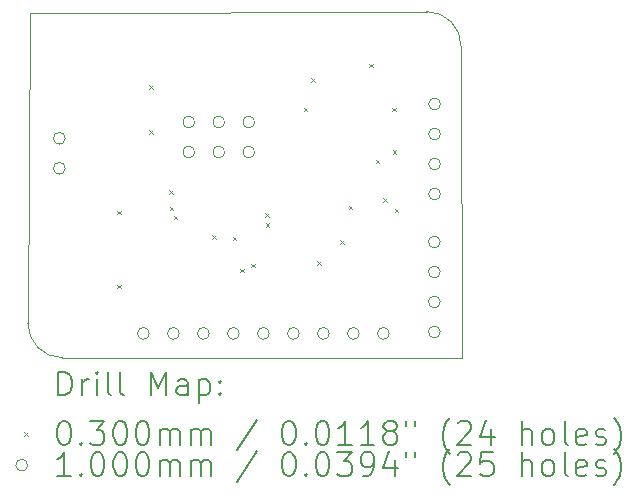
<source format=gbr>
%TF.GenerationSoftware,KiCad,Pcbnew,9.0.2*%
%TF.CreationDate,2025-07-25T22:05:17+05:30*%
%TF.ProjectId,mcu,6d63752e-6b69-4636-9164-5f7063625858,rev?*%
%TF.SameCoordinates,Original*%
%TF.FileFunction,Drillmap*%
%TF.FilePolarity,Positive*%
%FSLAX45Y45*%
G04 Gerber Fmt 4.5, Leading zero omitted, Abs format (unit mm)*
G04 Created by KiCad (PCBNEW 9.0.2) date 2025-07-25 22:05:17*
%MOMM*%
%LPD*%
G01*
G04 APERTURE LIST*
%ADD10C,0.050000*%
%ADD11C,0.200000*%
%ADD12C,0.100000*%
G04 APERTURE END LIST*
D10*
X13022500Y-12732500D02*
X9641038Y-12729505D01*
X9372925Y-9811000D02*
X12726962Y-9798495D01*
X13017950Y-10093087D02*
X13022500Y-12732500D01*
X9350047Y-12434913D02*
X9372000Y-9811000D01*
X12726962Y-9798495D02*
G75*
G02*
X13017953Y-10093087I-2J-291015D01*
G01*
X9641038Y-12729505D02*
G75*
G02*
X9350047Y-12434913I2J291015D01*
G01*
D11*
D12*
X10105000Y-11485000D02*
X10135000Y-11515000D01*
X10135000Y-11485000D02*
X10105000Y-11515000D01*
X10105000Y-12112500D02*
X10135000Y-12142500D01*
X10135000Y-12112500D02*
X10105000Y-12142500D01*
X10376000Y-10422000D02*
X10406000Y-10452000D01*
X10406000Y-10422000D02*
X10376000Y-10452000D01*
X10378000Y-10805000D02*
X10408000Y-10835000D01*
X10408000Y-10805000D02*
X10378000Y-10835000D01*
X10549000Y-11311000D02*
X10579000Y-11341000D01*
X10579000Y-11311000D02*
X10549000Y-11341000D01*
X10552000Y-11450000D02*
X10582000Y-11480000D01*
X10582000Y-11450000D02*
X10552000Y-11480000D01*
X10586000Y-11527000D02*
X10616000Y-11557000D01*
X10616000Y-11527000D02*
X10586000Y-11557000D01*
X10911000Y-11693000D02*
X10941000Y-11723000D01*
X10941000Y-11693000D02*
X10911000Y-11723000D01*
X11083000Y-11706000D02*
X11113000Y-11736000D01*
X11113000Y-11706000D02*
X11083000Y-11736000D01*
X11148000Y-11976000D02*
X11178000Y-12006000D01*
X11178000Y-11976000D02*
X11148000Y-12006000D01*
X11243000Y-11935000D02*
X11273000Y-11965000D01*
X11273000Y-11935000D02*
X11243000Y-11965000D01*
X11360000Y-11506000D02*
X11390000Y-11536000D01*
X11390000Y-11506000D02*
X11360000Y-11536000D01*
X11364000Y-11592000D02*
X11394000Y-11622000D01*
X11394000Y-11592000D02*
X11364000Y-11622000D01*
X11684000Y-10613000D02*
X11714000Y-10643000D01*
X11714000Y-10613000D02*
X11684000Y-10643000D01*
X11747000Y-10363500D02*
X11777000Y-10393500D01*
X11777000Y-10363500D02*
X11747000Y-10393500D01*
X11799000Y-11911000D02*
X11829000Y-11941000D01*
X11829000Y-11911000D02*
X11799000Y-11941000D01*
X11993000Y-11735000D02*
X12023000Y-11765000D01*
X12023000Y-11735000D02*
X11993000Y-11765000D01*
X12064926Y-11440926D02*
X12094926Y-11470926D01*
X12094926Y-11440926D02*
X12064926Y-11470926D01*
X12242000Y-10242000D02*
X12272000Y-10272000D01*
X12272000Y-10242000D02*
X12242000Y-10272000D01*
X12295000Y-11054000D02*
X12325000Y-11084000D01*
X12325000Y-11054000D02*
X12295000Y-11084000D01*
X12357000Y-11377000D02*
X12387000Y-11407000D01*
X12387000Y-11377000D02*
X12357000Y-11407000D01*
X12434000Y-10612000D02*
X12464000Y-10642000D01*
X12464000Y-10612000D02*
X12434000Y-10642000D01*
X12440000Y-10974000D02*
X12470000Y-11004000D01*
X12470000Y-10974000D02*
X12440000Y-11004000D01*
X12457000Y-11468750D02*
X12487000Y-11498750D01*
X12487000Y-11468750D02*
X12457000Y-11498750D01*
X9666000Y-10871500D02*
G75*
G02*
X9566000Y-10871500I-50000J0D01*
G01*
X9566000Y-10871500D02*
G75*
G02*
X9666000Y-10871500I50000J0D01*
G01*
X9666000Y-11125500D02*
G75*
G02*
X9566000Y-11125500I-50000J0D01*
G01*
X9566000Y-11125500D02*
G75*
G02*
X9666000Y-11125500I50000J0D01*
G01*
X10378000Y-12524000D02*
G75*
G02*
X10278000Y-12524000I-50000J0D01*
G01*
X10278000Y-12524000D02*
G75*
G02*
X10378000Y-12524000I50000J0D01*
G01*
X10632000Y-12524000D02*
G75*
G02*
X10532000Y-12524000I-50000J0D01*
G01*
X10532000Y-12524000D02*
G75*
G02*
X10632000Y-12524000I50000J0D01*
G01*
X10762000Y-10734000D02*
G75*
G02*
X10662000Y-10734000I-50000J0D01*
G01*
X10662000Y-10734000D02*
G75*
G02*
X10762000Y-10734000I50000J0D01*
G01*
X10762000Y-10988000D02*
G75*
G02*
X10662000Y-10988000I-50000J0D01*
G01*
X10662000Y-10988000D02*
G75*
G02*
X10762000Y-10988000I50000J0D01*
G01*
X10886000Y-12524000D02*
G75*
G02*
X10786000Y-12524000I-50000J0D01*
G01*
X10786000Y-12524000D02*
G75*
G02*
X10886000Y-12524000I50000J0D01*
G01*
X11016000Y-10734000D02*
G75*
G02*
X10916000Y-10734000I-50000J0D01*
G01*
X10916000Y-10734000D02*
G75*
G02*
X11016000Y-10734000I50000J0D01*
G01*
X11016000Y-10988000D02*
G75*
G02*
X10916000Y-10988000I-50000J0D01*
G01*
X10916000Y-10988000D02*
G75*
G02*
X11016000Y-10988000I50000J0D01*
G01*
X11140000Y-12524000D02*
G75*
G02*
X11040000Y-12524000I-50000J0D01*
G01*
X11040000Y-12524000D02*
G75*
G02*
X11140000Y-12524000I50000J0D01*
G01*
X11270000Y-10734000D02*
G75*
G02*
X11170000Y-10734000I-50000J0D01*
G01*
X11170000Y-10734000D02*
G75*
G02*
X11270000Y-10734000I50000J0D01*
G01*
X11270000Y-10988000D02*
G75*
G02*
X11170000Y-10988000I-50000J0D01*
G01*
X11170000Y-10988000D02*
G75*
G02*
X11270000Y-10988000I50000J0D01*
G01*
X11394000Y-12524000D02*
G75*
G02*
X11294000Y-12524000I-50000J0D01*
G01*
X11294000Y-12524000D02*
G75*
G02*
X11394000Y-12524000I50000J0D01*
G01*
X11648000Y-12524000D02*
G75*
G02*
X11548000Y-12524000I-50000J0D01*
G01*
X11548000Y-12524000D02*
G75*
G02*
X11648000Y-12524000I50000J0D01*
G01*
X11902000Y-12524000D02*
G75*
G02*
X11802000Y-12524000I-50000J0D01*
G01*
X11802000Y-12524000D02*
G75*
G02*
X11902000Y-12524000I50000J0D01*
G01*
X12156000Y-12524000D02*
G75*
G02*
X12056000Y-12524000I-50000J0D01*
G01*
X12056000Y-12524000D02*
G75*
G02*
X12156000Y-12524000I50000J0D01*
G01*
X12410000Y-12524000D02*
G75*
G02*
X12310000Y-12524000I-50000J0D01*
G01*
X12310000Y-12524000D02*
G75*
G02*
X12410000Y-12524000I50000J0D01*
G01*
X12841000Y-11749000D02*
G75*
G02*
X12741000Y-11749000I-50000J0D01*
G01*
X12741000Y-11749000D02*
G75*
G02*
X12841000Y-11749000I50000J0D01*
G01*
X12841000Y-12003000D02*
G75*
G02*
X12741000Y-12003000I-50000J0D01*
G01*
X12741000Y-12003000D02*
G75*
G02*
X12841000Y-12003000I50000J0D01*
G01*
X12841000Y-12257000D02*
G75*
G02*
X12741000Y-12257000I-50000J0D01*
G01*
X12741000Y-12257000D02*
G75*
G02*
X12841000Y-12257000I50000J0D01*
G01*
X12841000Y-12511000D02*
G75*
G02*
X12741000Y-12511000I-50000J0D01*
G01*
X12741000Y-12511000D02*
G75*
G02*
X12841000Y-12511000I50000J0D01*
G01*
X12844000Y-10581000D02*
G75*
G02*
X12744000Y-10581000I-50000J0D01*
G01*
X12744000Y-10581000D02*
G75*
G02*
X12844000Y-10581000I50000J0D01*
G01*
X12844000Y-10835000D02*
G75*
G02*
X12744000Y-10835000I-50000J0D01*
G01*
X12744000Y-10835000D02*
G75*
G02*
X12844000Y-10835000I50000J0D01*
G01*
X12844000Y-11089000D02*
G75*
G02*
X12744000Y-11089000I-50000J0D01*
G01*
X12744000Y-11089000D02*
G75*
G02*
X12844000Y-11089000I50000J0D01*
G01*
X12844000Y-11343000D02*
G75*
G02*
X12744000Y-11343000I-50000J0D01*
G01*
X12744000Y-11343000D02*
G75*
G02*
X12844000Y-11343000I50000J0D01*
G01*
D11*
X9608302Y-13046484D02*
X9608302Y-12846484D01*
X9608302Y-12846484D02*
X9655921Y-12846484D01*
X9655921Y-12846484D02*
X9684492Y-12856008D01*
X9684492Y-12856008D02*
X9703540Y-12875056D01*
X9703540Y-12875056D02*
X9713064Y-12894103D01*
X9713064Y-12894103D02*
X9722587Y-12932198D01*
X9722587Y-12932198D02*
X9722587Y-12960770D01*
X9722587Y-12960770D02*
X9713064Y-12998865D01*
X9713064Y-12998865D02*
X9703540Y-13017913D01*
X9703540Y-13017913D02*
X9684492Y-13036960D01*
X9684492Y-13036960D02*
X9655921Y-13046484D01*
X9655921Y-13046484D02*
X9608302Y-13046484D01*
X9808302Y-13046484D02*
X9808302Y-12913151D01*
X9808302Y-12951246D02*
X9817825Y-12932198D01*
X9817825Y-12932198D02*
X9827349Y-12922675D01*
X9827349Y-12922675D02*
X9846397Y-12913151D01*
X9846397Y-12913151D02*
X9865445Y-12913151D01*
X9932111Y-13046484D02*
X9932111Y-12913151D01*
X9932111Y-12846484D02*
X9922587Y-12856008D01*
X9922587Y-12856008D02*
X9932111Y-12865532D01*
X9932111Y-12865532D02*
X9941635Y-12856008D01*
X9941635Y-12856008D02*
X9932111Y-12846484D01*
X9932111Y-12846484D02*
X9932111Y-12865532D01*
X10055921Y-13046484D02*
X10036873Y-13036960D01*
X10036873Y-13036960D02*
X10027349Y-13017913D01*
X10027349Y-13017913D02*
X10027349Y-12846484D01*
X10160683Y-13046484D02*
X10141635Y-13036960D01*
X10141635Y-13036960D02*
X10132111Y-13017913D01*
X10132111Y-13017913D02*
X10132111Y-12846484D01*
X10389254Y-13046484D02*
X10389254Y-12846484D01*
X10389254Y-12846484D02*
X10455921Y-12989341D01*
X10455921Y-12989341D02*
X10522587Y-12846484D01*
X10522587Y-12846484D02*
X10522587Y-13046484D01*
X10703540Y-13046484D02*
X10703540Y-12941722D01*
X10703540Y-12941722D02*
X10694016Y-12922675D01*
X10694016Y-12922675D02*
X10674968Y-12913151D01*
X10674968Y-12913151D02*
X10636873Y-12913151D01*
X10636873Y-12913151D02*
X10617825Y-12922675D01*
X10703540Y-13036960D02*
X10684492Y-13046484D01*
X10684492Y-13046484D02*
X10636873Y-13046484D01*
X10636873Y-13046484D02*
X10617825Y-13036960D01*
X10617825Y-13036960D02*
X10608302Y-13017913D01*
X10608302Y-13017913D02*
X10608302Y-12998865D01*
X10608302Y-12998865D02*
X10617825Y-12979818D01*
X10617825Y-12979818D02*
X10636873Y-12970294D01*
X10636873Y-12970294D02*
X10684492Y-12970294D01*
X10684492Y-12970294D02*
X10703540Y-12960770D01*
X10798778Y-12913151D02*
X10798778Y-13113151D01*
X10798778Y-12922675D02*
X10817825Y-12913151D01*
X10817825Y-12913151D02*
X10855921Y-12913151D01*
X10855921Y-12913151D02*
X10874968Y-12922675D01*
X10874968Y-12922675D02*
X10884492Y-12932198D01*
X10884492Y-12932198D02*
X10894016Y-12951246D01*
X10894016Y-12951246D02*
X10894016Y-13008389D01*
X10894016Y-13008389D02*
X10884492Y-13027437D01*
X10884492Y-13027437D02*
X10874968Y-13036960D01*
X10874968Y-13036960D02*
X10855921Y-13046484D01*
X10855921Y-13046484D02*
X10817825Y-13046484D01*
X10817825Y-13046484D02*
X10798778Y-13036960D01*
X10979730Y-13027437D02*
X10989254Y-13036960D01*
X10989254Y-13036960D02*
X10979730Y-13046484D01*
X10979730Y-13046484D02*
X10970206Y-13036960D01*
X10970206Y-13036960D02*
X10979730Y-13027437D01*
X10979730Y-13027437D02*
X10979730Y-13046484D01*
X10979730Y-12922675D02*
X10989254Y-12932198D01*
X10989254Y-12932198D02*
X10979730Y-12941722D01*
X10979730Y-12941722D02*
X10970206Y-12932198D01*
X10970206Y-12932198D02*
X10979730Y-12922675D01*
X10979730Y-12922675D02*
X10979730Y-12941722D01*
D12*
X9317525Y-13360000D02*
X9347525Y-13390000D01*
X9347525Y-13360000D02*
X9317525Y-13390000D01*
D11*
X9646397Y-13266484D02*
X9665445Y-13266484D01*
X9665445Y-13266484D02*
X9684492Y-13276008D01*
X9684492Y-13276008D02*
X9694016Y-13285532D01*
X9694016Y-13285532D02*
X9703540Y-13304579D01*
X9703540Y-13304579D02*
X9713064Y-13342675D01*
X9713064Y-13342675D02*
X9713064Y-13390294D01*
X9713064Y-13390294D02*
X9703540Y-13428389D01*
X9703540Y-13428389D02*
X9694016Y-13447437D01*
X9694016Y-13447437D02*
X9684492Y-13456960D01*
X9684492Y-13456960D02*
X9665445Y-13466484D01*
X9665445Y-13466484D02*
X9646397Y-13466484D01*
X9646397Y-13466484D02*
X9627349Y-13456960D01*
X9627349Y-13456960D02*
X9617825Y-13447437D01*
X9617825Y-13447437D02*
X9608302Y-13428389D01*
X9608302Y-13428389D02*
X9598778Y-13390294D01*
X9598778Y-13390294D02*
X9598778Y-13342675D01*
X9598778Y-13342675D02*
X9608302Y-13304579D01*
X9608302Y-13304579D02*
X9617825Y-13285532D01*
X9617825Y-13285532D02*
X9627349Y-13276008D01*
X9627349Y-13276008D02*
X9646397Y-13266484D01*
X9798778Y-13447437D02*
X9808302Y-13456960D01*
X9808302Y-13456960D02*
X9798778Y-13466484D01*
X9798778Y-13466484D02*
X9789254Y-13456960D01*
X9789254Y-13456960D02*
X9798778Y-13447437D01*
X9798778Y-13447437D02*
X9798778Y-13466484D01*
X9874968Y-13266484D02*
X9998778Y-13266484D01*
X9998778Y-13266484D02*
X9932111Y-13342675D01*
X9932111Y-13342675D02*
X9960683Y-13342675D01*
X9960683Y-13342675D02*
X9979730Y-13352198D01*
X9979730Y-13352198D02*
X9989254Y-13361722D01*
X9989254Y-13361722D02*
X9998778Y-13380770D01*
X9998778Y-13380770D02*
X9998778Y-13428389D01*
X9998778Y-13428389D02*
X9989254Y-13447437D01*
X9989254Y-13447437D02*
X9979730Y-13456960D01*
X9979730Y-13456960D02*
X9960683Y-13466484D01*
X9960683Y-13466484D02*
X9903540Y-13466484D01*
X9903540Y-13466484D02*
X9884492Y-13456960D01*
X9884492Y-13456960D02*
X9874968Y-13447437D01*
X10122587Y-13266484D02*
X10141635Y-13266484D01*
X10141635Y-13266484D02*
X10160683Y-13276008D01*
X10160683Y-13276008D02*
X10170206Y-13285532D01*
X10170206Y-13285532D02*
X10179730Y-13304579D01*
X10179730Y-13304579D02*
X10189254Y-13342675D01*
X10189254Y-13342675D02*
X10189254Y-13390294D01*
X10189254Y-13390294D02*
X10179730Y-13428389D01*
X10179730Y-13428389D02*
X10170206Y-13447437D01*
X10170206Y-13447437D02*
X10160683Y-13456960D01*
X10160683Y-13456960D02*
X10141635Y-13466484D01*
X10141635Y-13466484D02*
X10122587Y-13466484D01*
X10122587Y-13466484D02*
X10103540Y-13456960D01*
X10103540Y-13456960D02*
X10094016Y-13447437D01*
X10094016Y-13447437D02*
X10084492Y-13428389D01*
X10084492Y-13428389D02*
X10074968Y-13390294D01*
X10074968Y-13390294D02*
X10074968Y-13342675D01*
X10074968Y-13342675D02*
X10084492Y-13304579D01*
X10084492Y-13304579D02*
X10094016Y-13285532D01*
X10094016Y-13285532D02*
X10103540Y-13276008D01*
X10103540Y-13276008D02*
X10122587Y-13266484D01*
X10313064Y-13266484D02*
X10332111Y-13266484D01*
X10332111Y-13266484D02*
X10351159Y-13276008D01*
X10351159Y-13276008D02*
X10360683Y-13285532D01*
X10360683Y-13285532D02*
X10370206Y-13304579D01*
X10370206Y-13304579D02*
X10379730Y-13342675D01*
X10379730Y-13342675D02*
X10379730Y-13390294D01*
X10379730Y-13390294D02*
X10370206Y-13428389D01*
X10370206Y-13428389D02*
X10360683Y-13447437D01*
X10360683Y-13447437D02*
X10351159Y-13456960D01*
X10351159Y-13456960D02*
X10332111Y-13466484D01*
X10332111Y-13466484D02*
X10313064Y-13466484D01*
X10313064Y-13466484D02*
X10294016Y-13456960D01*
X10294016Y-13456960D02*
X10284492Y-13447437D01*
X10284492Y-13447437D02*
X10274968Y-13428389D01*
X10274968Y-13428389D02*
X10265445Y-13390294D01*
X10265445Y-13390294D02*
X10265445Y-13342675D01*
X10265445Y-13342675D02*
X10274968Y-13304579D01*
X10274968Y-13304579D02*
X10284492Y-13285532D01*
X10284492Y-13285532D02*
X10294016Y-13276008D01*
X10294016Y-13276008D02*
X10313064Y-13266484D01*
X10465445Y-13466484D02*
X10465445Y-13333151D01*
X10465445Y-13352198D02*
X10474968Y-13342675D01*
X10474968Y-13342675D02*
X10494016Y-13333151D01*
X10494016Y-13333151D02*
X10522587Y-13333151D01*
X10522587Y-13333151D02*
X10541635Y-13342675D01*
X10541635Y-13342675D02*
X10551159Y-13361722D01*
X10551159Y-13361722D02*
X10551159Y-13466484D01*
X10551159Y-13361722D02*
X10560683Y-13342675D01*
X10560683Y-13342675D02*
X10579730Y-13333151D01*
X10579730Y-13333151D02*
X10608302Y-13333151D01*
X10608302Y-13333151D02*
X10627349Y-13342675D01*
X10627349Y-13342675D02*
X10636873Y-13361722D01*
X10636873Y-13361722D02*
X10636873Y-13466484D01*
X10732111Y-13466484D02*
X10732111Y-13333151D01*
X10732111Y-13352198D02*
X10741635Y-13342675D01*
X10741635Y-13342675D02*
X10760683Y-13333151D01*
X10760683Y-13333151D02*
X10789254Y-13333151D01*
X10789254Y-13333151D02*
X10808302Y-13342675D01*
X10808302Y-13342675D02*
X10817826Y-13361722D01*
X10817826Y-13361722D02*
X10817826Y-13466484D01*
X10817826Y-13361722D02*
X10827349Y-13342675D01*
X10827349Y-13342675D02*
X10846397Y-13333151D01*
X10846397Y-13333151D02*
X10874968Y-13333151D01*
X10874968Y-13333151D02*
X10894016Y-13342675D01*
X10894016Y-13342675D02*
X10903540Y-13361722D01*
X10903540Y-13361722D02*
X10903540Y-13466484D01*
X11294016Y-13256960D02*
X11122588Y-13514103D01*
X11551159Y-13266484D02*
X11570207Y-13266484D01*
X11570207Y-13266484D02*
X11589254Y-13276008D01*
X11589254Y-13276008D02*
X11598778Y-13285532D01*
X11598778Y-13285532D02*
X11608302Y-13304579D01*
X11608302Y-13304579D02*
X11617826Y-13342675D01*
X11617826Y-13342675D02*
X11617826Y-13390294D01*
X11617826Y-13390294D02*
X11608302Y-13428389D01*
X11608302Y-13428389D02*
X11598778Y-13447437D01*
X11598778Y-13447437D02*
X11589254Y-13456960D01*
X11589254Y-13456960D02*
X11570207Y-13466484D01*
X11570207Y-13466484D02*
X11551159Y-13466484D01*
X11551159Y-13466484D02*
X11532111Y-13456960D01*
X11532111Y-13456960D02*
X11522587Y-13447437D01*
X11522587Y-13447437D02*
X11513064Y-13428389D01*
X11513064Y-13428389D02*
X11503540Y-13390294D01*
X11503540Y-13390294D02*
X11503540Y-13342675D01*
X11503540Y-13342675D02*
X11513064Y-13304579D01*
X11513064Y-13304579D02*
X11522587Y-13285532D01*
X11522587Y-13285532D02*
X11532111Y-13276008D01*
X11532111Y-13276008D02*
X11551159Y-13266484D01*
X11703540Y-13447437D02*
X11713064Y-13456960D01*
X11713064Y-13456960D02*
X11703540Y-13466484D01*
X11703540Y-13466484D02*
X11694016Y-13456960D01*
X11694016Y-13456960D02*
X11703540Y-13447437D01*
X11703540Y-13447437D02*
X11703540Y-13466484D01*
X11836873Y-13266484D02*
X11855921Y-13266484D01*
X11855921Y-13266484D02*
X11874968Y-13276008D01*
X11874968Y-13276008D02*
X11884492Y-13285532D01*
X11884492Y-13285532D02*
X11894016Y-13304579D01*
X11894016Y-13304579D02*
X11903540Y-13342675D01*
X11903540Y-13342675D02*
X11903540Y-13390294D01*
X11903540Y-13390294D02*
X11894016Y-13428389D01*
X11894016Y-13428389D02*
X11884492Y-13447437D01*
X11884492Y-13447437D02*
X11874968Y-13456960D01*
X11874968Y-13456960D02*
X11855921Y-13466484D01*
X11855921Y-13466484D02*
X11836873Y-13466484D01*
X11836873Y-13466484D02*
X11817826Y-13456960D01*
X11817826Y-13456960D02*
X11808302Y-13447437D01*
X11808302Y-13447437D02*
X11798778Y-13428389D01*
X11798778Y-13428389D02*
X11789254Y-13390294D01*
X11789254Y-13390294D02*
X11789254Y-13342675D01*
X11789254Y-13342675D02*
X11798778Y-13304579D01*
X11798778Y-13304579D02*
X11808302Y-13285532D01*
X11808302Y-13285532D02*
X11817826Y-13276008D01*
X11817826Y-13276008D02*
X11836873Y-13266484D01*
X12094016Y-13466484D02*
X11979730Y-13466484D01*
X12036873Y-13466484D02*
X12036873Y-13266484D01*
X12036873Y-13266484D02*
X12017826Y-13295056D01*
X12017826Y-13295056D02*
X11998778Y-13314103D01*
X11998778Y-13314103D02*
X11979730Y-13323627D01*
X12284492Y-13466484D02*
X12170207Y-13466484D01*
X12227349Y-13466484D02*
X12227349Y-13266484D01*
X12227349Y-13266484D02*
X12208302Y-13295056D01*
X12208302Y-13295056D02*
X12189254Y-13314103D01*
X12189254Y-13314103D02*
X12170207Y-13323627D01*
X12398778Y-13352198D02*
X12379730Y-13342675D01*
X12379730Y-13342675D02*
X12370207Y-13333151D01*
X12370207Y-13333151D02*
X12360683Y-13314103D01*
X12360683Y-13314103D02*
X12360683Y-13304579D01*
X12360683Y-13304579D02*
X12370207Y-13285532D01*
X12370207Y-13285532D02*
X12379730Y-13276008D01*
X12379730Y-13276008D02*
X12398778Y-13266484D01*
X12398778Y-13266484D02*
X12436873Y-13266484D01*
X12436873Y-13266484D02*
X12455921Y-13276008D01*
X12455921Y-13276008D02*
X12465445Y-13285532D01*
X12465445Y-13285532D02*
X12474968Y-13304579D01*
X12474968Y-13304579D02*
X12474968Y-13314103D01*
X12474968Y-13314103D02*
X12465445Y-13333151D01*
X12465445Y-13333151D02*
X12455921Y-13342675D01*
X12455921Y-13342675D02*
X12436873Y-13352198D01*
X12436873Y-13352198D02*
X12398778Y-13352198D01*
X12398778Y-13352198D02*
X12379730Y-13361722D01*
X12379730Y-13361722D02*
X12370207Y-13371246D01*
X12370207Y-13371246D02*
X12360683Y-13390294D01*
X12360683Y-13390294D02*
X12360683Y-13428389D01*
X12360683Y-13428389D02*
X12370207Y-13447437D01*
X12370207Y-13447437D02*
X12379730Y-13456960D01*
X12379730Y-13456960D02*
X12398778Y-13466484D01*
X12398778Y-13466484D02*
X12436873Y-13466484D01*
X12436873Y-13466484D02*
X12455921Y-13456960D01*
X12455921Y-13456960D02*
X12465445Y-13447437D01*
X12465445Y-13447437D02*
X12474968Y-13428389D01*
X12474968Y-13428389D02*
X12474968Y-13390294D01*
X12474968Y-13390294D02*
X12465445Y-13371246D01*
X12465445Y-13371246D02*
X12455921Y-13361722D01*
X12455921Y-13361722D02*
X12436873Y-13352198D01*
X12551159Y-13266484D02*
X12551159Y-13304579D01*
X12627349Y-13266484D02*
X12627349Y-13304579D01*
X12922588Y-13542675D02*
X12913064Y-13533151D01*
X12913064Y-13533151D02*
X12894016Y-13504579D01*
X12894016Y-13504579D02*
X12884492Y-13485532D01*
X12884492Y-13485532D02*
X12874969Y-13456960D01*
X12874969Y-13456960D02*
X12865445Y-13409341D01*
X12865445Y-13409341D02*
X12865445Y-13371246D01*
X12865445Y-13371246D02*
X12874969Y-13323627D01*
X12874969Y-13323627D02*
X12884492Y-13295056D01*
X12884492Y-13295056D02*
X12894016Y-13276008D01*
X12894016Y-13276008D02*
X12913064Y-13247437D01*
X12913064Y-13247437D02*
X12922588Y-13237913D01*
X12989254Y-13285532D02*
X12998778Y-13276008D01*
X12998778Y-13276008D02*
X13017826Y-13266484D01*
X13017826Y-13266484D02*
X13065445Y-13266484D01*
X13065445Y-13266484D02*
X13084492Y-13276008D01*
X13084492Y-13276008D02*
X13094016Y-13285532D01*
X13094016Y-13285532D02*
X13103540Y-13304579D01*
X13103540Y-13304579D02*
X13103540Y-13323627D01*
X13103540Y-13323627D02*
X13094016Y-13352198D01*
X13094016Y-13352198D02*
X12979730Y-13466484D01*
X12979730Y-13466484D02*
X13103540Y-13466484D01*
X13274969Y-13333151D02*
X13274969Y-13466484D01*
X13227349Y-13256960D02*
X13179730Y-13399818D01*
X13179730Y-13399818D02*
X13303540Y-13399818D01*
X13532111Y-13466484D02*
X13532111Y-13266484D01*
X13617826Y-13466484D02*
X13617826Y-13361722D01*
X13617826Y-13361722D02*
X13608302Y-13342675D01*
X13608302Y-13342675D02*
X13589254Y-13333151D01*
X13589254Y-13333151D02*
X13560683Y-13333151D01*
X13560683Y-13333151D02*
X13541635Y-13342675D01*
X13541635Y-13342675D02*
X13532111Y-13352198D01*
X13741635Y-13466484D02*
X13722588Y-13456960D01*
X13722588Y-13456960D02*
X13713064Y-13447437D01*
X13713064Y-13447437D02*
X13703540Y-13428389D01*
X13703540Y-13428389D02*
X13703540Y-13371246D01*
X13703540Y-13371246D02*
X13713064Y-13352198D01*
X13713064Y-13352198D02*
X13722588Y-13342675D01*
X13722588Y-13342675D02*
X13741635Y-13333151D01*
X13741635Y-13333151D02*
X13770207Y-13333151D01*
X13770207Y-13333151D02*
X13789254Y-13342675D01*
X13789254Y-13342675D02*
X13798778Y-13352198D01*
X13798778Y-13352198D02*
X13808302Y-13371246D01*
X13808302Y-13371246D02*
X13808302Y-13428389D01*
X13808302Y-13428389D02*
X13798778Y-13447437D01*
X13798778Y-13447437D02*
X13789254Y-13456960D01*
X13789254Y-13456960D02*
X13770207Y-13466484D01*
X13770207Y-13466484D02*
X13741635Y-13466484D01*
X13922588Y-13466484D02*
X13903540Y-13456960D01*
X13903540Y-13456960D02*
X13894016Y-13437913D01*
X13894016Y-13437913D02*
X13894016Y-13266484D01*
X14074969Y-13456960D02*
X14055921Y-13466484D01*
X14055921Y-13466484D02*
X14017826Y-13466484D01*
X14017826Y-13466484D02*
X13998778Y-13456960D01*
X13998778Y-13456960D02*
X13989254Y-13437913D01*
X13989254Y-13437913D02*
X13989254Y-13361722D01*
X13989254Y-13361722D02*
X13998778Y-13342675D01*
X13998778Y-13342675D02*
X14017826Y-13333151D01*
X14017826Y-13333151D02*
X14055921Y-13333151D01*
X14055921Y-13333151D02*
X14074969Y-13342675D01*
X14074969Y-13342675D02*
X14084492Y-13361722D01*
X14084492Y-13361722D02*
X14084492Y-13380770D01*
X14084492Y-13380770D02*
X13989254Y-13399818D01*
X14160683Y-13456960D02*
X14179731Y-13466484D01*
X14179731Y-13466484D02*
X14217826Y-13466484D01*
X14217826Y-13466484D02*
X14236873Y-13456960D01*
X14236873Y-13456960D02*
X14246397Y-13437913D01*
X14246397Y-13437913D02*
X14246397Y-13428389D01*
X14246397Y-13428389D02*
X14236873Y-13409341D01*
X14236873Y-13409341D02*
X14217826Y-13399818D01*
X14217826Y-13399818D02*
X14189254Y-13399818D01*
X14189254Y-13399818D02*
X14170207Y-13390294D01*
X14170207Y-13390294D02*
X14160683Y-13371246D01*
X14160683Y-13371246D02*
X14160683Y-13361722D01*
X14160683Y-13361722D02*
X14170207Y-13342675D01*
X14170207Y-13342675D02*
X14189254Y-13333151D01*
X14189254Y-13333151D02*
X14217826Y-13333151D01*
X14217826Y-13333151D02*
X14236873Y-13342675D01*
X14313064Y-13542675D02*
X14322588Y-13533151D01*
X14322588Y-13533151D02*
X14341635Y-13504579D01*
X14341635Y-13504579D02*
X14351159Y-13485532D01*
X14351159Y-13485532D02*
X14360683Y-13456960D01*
X14360683Y-13456960D02*
X14370207Y-13409341D01*
X14370207Y-13409341D02*
X14370207Y-13371246D01*
X14370207Y-13371246D02*
X14360683Y-13323627D01*
X14360683Y-13323627D02*
X14351159Y-13295056D01*
X14351159Y-13295056D02*
X14341635Y-13276008D01*
X14341635Y-13276008D02*
X14322588Y-13247437D01*
X14322588Y-13247437D02*
X14313064Y-13237913D01*
D12*
X9347525Y-13639000D02*
G75*
G02*
X9247525Y-13639000I-50000J0D01*
G01*
X9247525Y-13639000D02*
G75*
G02*
X9347525Y-13639000I50000J0D01*
G01*
D11*
X9713064Y-13730484D02*
X9598778Y-13730484D01*
X9655921Y-13730484D02*
X9655921Y-13530484D01*
X9655921Y-13530484D02*
X9636873Y-13559056D01*
X9636873Y-13559056D02*
X9617825Y-13578103D01*
X9617825Y-13578103D02*
X9598778Y-13587627D01*
X9798778Y-13711437D02*
X9808302Y-13720960D01*
X9808302Y-13720960D02*
X9798778Y-13730484D01*
X9798778Y-13730484D02*
X9789254Y-13720960D01*
X9789254Y-13720960D02*
X9798778Y-13711437D01*
X9798778Y-13711437D02*
X9798778Y-13730484D01*
X9932111Y-13530484D02*
X9951159Y-13530484D01*
X9951159Y-13530484D02*
X9970206Y-13540008D01*
X9970206Y-13540008D02*
X9979730Y-13549532D01*
X9979730Y-13549532D02*
X9989254Y-13568579D01*
X9989254Y-13568579D02*
X9998778Y-13606675D01*
X9998778Y-13606675D02*
X9998778Y-13654294D01*
X9998778Y-13654294D02*
X9989254Y-13692389D01*
X9989254Y-13692389D02*
X9979730Y-13711437D01*
X9979730Y-13711437D02*
X9970206Y-13720960D01*
X9970206Y-13720960D02*
X9951159Y-13730484D01*
X9951159Y-13730484D02*
X9932111Y-13730484D01*
X9932111Y-13730484D02*
X9913064Y-13720960D01*
X9913064Y-13720960D02*
X9903540Y-13711437D01*
X9903540Y-13711437D02*
X9894016Y-13692389D01*
X9894016Y-13692389D02*
X9884492Y-13654294D01*
X9884492Y-13654294D02*
X9884492Y-13606675D01*
X9884492Y-13606675D02*
X9894016Y-13568579D01*
X9894016Y-13568579D02*
X9903540Y-13549532D01*
X9903540Y-13549532D02*
X9913064Y-13540008D01*
X9913064Y-13540008D02*
X9932111Y-13530484D01*
X10122587Y-13530484D02*
X10141635Y-13530484D01*
X10141635Y-13530484D02*
X10160683Y-13540008D01*
X10160683Y-13540008D02*
X10170206Y-13549532D01*
X10170206Y-13549532D02*
X10179730Y-13568579D01*
X10179730Y-13568579D02*
X10189254Y-13606675D01*
X10189254Y-13606675D02*
X10189254Y-13654294D01*
X10189254Y-13654294D02*
X10179730Y-13692389D01*
X10179730Y-13692389D02*
X10170206Y-13711437D01*
X10170206Y-13711437D02*
X10160683Y-13720960D01*
X10160683Y-13720960D02*
X10141635Y-13730484D01*
X10141635Y-13730484D02*
X10122587Y-13730484D01*
X10122587Y-13730484D02*
X10103540Y-13720960D01*
X10103540Y-13720960D02*
X10094016Y-13711437D01*
X10094016Y-13711437D02*
X10084492Y-13692389D01*
X10084492Y-13692389D02*
X10074968Y-13654294D01*
X10074968Y-13654294D02*
X10074968Y-13606675D01*
X10074968Y-13606675D02*
X10084492Y-13568579D01*
X10084492Y-13568579D02*
X10094016Y-13549532D01*
X10094016Y-13549532D02*
X10103540Y-13540008D01*
X10103540Y-13540008D02*
X10122587Y-13530484D01*
X10313064Y-13530484D02*
X10332111Y-13530484D01*
X10332111Y-13530484D02*
X10351159Y-13540008D01*
X10351159Y-13540008D02*
X10360683Y-13549532D01*
X10360683Y-13549532D02*
X10370206Y-13568579D01*
X10370206Y-13568579D02*
X10379730Y-13606675D01*
X10379730Y-13606675D02*
X10379730Y-13654294D01*
X10379730Y-13654294D02*
X10370206Y-13692389D01*
X10370206Y-13692389D02*
X10360683Y-13711437D01*
X10360683Y-13711437D02*
X10351159Y-13720960D01*
X10351159Y-13720960D02*
X10332111Y-13730484D01*
X10332111Y-13730484D02*
X10313064Y-13730484D01*
X10313064Y-13730484D02*
X10294016Y-13720960D01*
X10294016Y-13720960D02*
X10284492Y-13711437D01*
X10284492Y-13711437D02*
X10274968Y-13692389D01*
X10274968Y-13692389D02*
X10265445Y-13654294D01*
X10265445Y-13654294D02*
X10265445Y-13606675D01*
X10265445Y-13606675D02*
X10274968Y-13568579D01*
X10274968Y-13568579D02*
X10284492Y-13549532D01*
X10284492Y-13549532D02*
X10294016Y-13540008D01*
X10294016Y-13540008D02*
X10313064Y-13530484D01*
X10465445Y-13730484D02*
X10465445Y-13597151D01*
X10465445Y-13616198D02*
X10474968Y-13606675D01*
X10474968Y-13606675D02*
X10494016Y-13597151D01*
X10494016Y-13597151D02*
X10522587Y-13597151D01*
X10522587Y-13597151D02*
X10541635Y-13606675D01*
X10541635Y-13606675D02*
X10551159Y-13625722D01*
X10551159Y-13625722D02*
X10551159Y-13730484D01*
X10551159Y-13625722D02*
X10560683Y-13606675D01*
X10560683Y-13606675D02*
X10579730Y-13597151D01*
X10579730Y-13597151D02*
X10608302Y-13597151D01*
X10608302Y-13597151D02*
X10627349Y-13606675D01*
X10627349Y-13606675D02*
X10636873Y-13625722D01*
X10636873Y-13625722D02*
X10636873Y-13730484D01*
X10732111Y-13730484D02*
X10732111Y-13597151D01*
X10732111Y-13616198D02*
X10741635Y-13606675D01*
X10741635Y-13606675D02*
X10760683Y-13597151D01*
X10760683Y-13597151D02*
X10789254Y-13597151D01*
X10789254Y-13597151D02*
X10808302Y-13606675D01*
X10808302Y-13606675D02*
X10817826Y-13625722D01*
X10817826Y-13625722D02*
X10817826Y-13730484D01*
X10817826Y-13625722D02*
X10827349Y-13606675D01*
X10827349Y-13606675D02*
X10846397Y-13597151D01*
X10846397Y-13597151D02*
X10874968Y-13597151D01*
X10874968Y-13597151D02*
X10894016Y-13606675D01*
X10894016Y-13606675D02*
X10903540Y-13625722D01*
X10903540Y-13625722D02*
X10903540Y-13730484D01*
X11294016Y-13520960D02*
X11122588Y-13778103D01*
X11551159Y-13530484D02*
X11570207Y-13530484D01*
X11570207Y-13530484D02*
X11589254Y-13540008D01*
X11589254Y-13540008D02*
X11598778Y-13549532D01*
X11598778Y-13549532D02*
X11608302Y-13568579D01*
X11608302Y-13568579D02*
X11617826Y-13606675D01*
X11617826Y-13606675D02*
X11617826Y-13654294D01*
X11617826Y-13654294D02*
X11608302Y-13692389D01*
X11608302Y-13692389D02*
X11598778Y-13711437D01*
X11598778Y-13711437D02*
X11589254Y-13720960D01*
X11589254Y-13720960D02*
X11570207Y-13730484D01*
X11570207Y-13730484D02*
X11551159Y-13730484D01*
X11551159Y-13730484D02*
X11532111Y-13720960D01*
X11532111Y-13720960D02*
X11522587Y-13711437D01*
X11522587Y-13711437D02*
X11513064Y-13692389D01*
X11513064Y-13692389D02*
X11503540Y-13654294D01*
X11503540Y-13654294D02*
X11503540Y-13606675D01*
X11503540Y-13606675D02*
X11513064Y-13568579D01*
X11513064Y-13568579D02*
X11522587Y-13549532D01*
X11522587Y-13549532D02*
X11532111Y-13540008D01*
X11532111Y-13540008D02*
X11551159Y-13530484D01*
X11703540Y-13711437D02*
X11713064Y-13720960D01*
X11713064Y-13720960D02*
X11703540Y-13730484D01*
X11703540Y-13730484D02*
X11694016Y-13720960D01*
X11694016Y-13720960D02*
X11703540Y-13711437D01*
X11703540Y-13711437D02*
X11703540Y-13730484D01*
X11836873Y-13530484D02*
X11855921Y-13530484D01*
X11855921Y-13530484D02*
X11874968Y-13540008D01*
X11874968Y-13540008D02*
X11884492Y-13549532D01*
X11884492Y-13549532D02*
X11894016Y-13568579D01*
X11894016Y-13568579D02*
X11903540Y-13606675D01*
X11903540Y-13606675D02*
X11903540Y-13654294D01*
X11903540Y-13654294D02*
X11894016Y-13692389D01*
X11894016Y-13692389D02*
X11884492Y-13711437D01*
X11884492Y-13711437D02*
X11874968Y-13720960D01*
X11874968Y-13720960D02*
X11855921Y-13730484D01*
X11855921Y-13730484D02*
X11836873Y-13730484D01*
X11836873Y-13730484D02*
X11817826Y-13720960D01*
X11817826Y-13720960D02*
X11808302Y-13711437D01*
X11808302Y-13711437D02*
X11798778Y-13692389D01*
X11798778Y-13692389D02*
X11789254Y-13654294D01*
X11789254Y-13654294D02*
X11789254Y-13606675D01*
X11789254Y-13606675D02*
X11798778Y-13568579D01*
X11798778Y-13568579D02*
X11808302Y-13549532D01*
X11808302Y-13549532D02*
X11817826Y-13540008D01*
X11817826Y-13540008D02*
X11836873Y-13530484D01*
X11970207Y-13530484D02*
X12094016Y-13530484D01*
X12094016Y-13530484D02*
X12027349Y-13606675D01*
X12027349Y-13606675D02*
X12055921Y-13606675D01*
X12055921Y-13606675D02*
X12074968Y-13616198D01*
X12074968Y-13616198D02*
X12084492Y-13625722D01*
X12084492Y-13625722D02*
X12094016Y-13644770D01*
X12094016Y-13644770D02*
X12094016Y-13692389D01*
X12094016Y-13692389D02*
X12084492Y-13711437D01*
X12084492Y-13711437D02*
X12074968Y-13720960D01*
X12074968Y-13720960D02*
X12055921Y-13730484D01*
X12055921Y-13730484D02*
X11998778Y-13730484D01*
X11998778Y-13730484D02*
X11979730Y-13720960D01*
X11979730Y-13720960D02*
X11970207Y-13711437D01*
X12189254Y-13730484D02*
X12227349Y-13730484D01*
X12227349Y-13730484D02*
X12246397Y-13720960D01*
X12246397Y-13720960D02*
X12255921Y-13711437D01*
X12255921Y-13711437D02*
X12274968Y-13682865D01*
X12274968Y-13682865D02*
X12284492Y-13644770D01*
X12284492Y-13644770D02*
X12284492Y-13568579D01*
X12284492Y-13568579D02*
X12274968Y-13549532D01*
X12274968Y-13549532D02*
X12265445Y-13540008D01*
X12265445Y-13540008D02*
X12246397Y-13530484D01*
X12246397Y-13530484D02*
X12208302Y-13530484D01*
X12208302Y-13530484D02*
X12189254Y-13540008D01*
X12189254Y-13540008D02*
X12179730Y-13549532D01*
X12179730Y-13549532D02*
X12170207Y-13568579D01*
X12170207Y-13568579D02*
X12170207Y-13616198D01*
X12170207Y-13616198D02*
X12179730Y-13635246D01*
X12179730Y-13635246D02*
X12189254Y-13644770D01*
X12189254Y-13644770D02*
X12208302Y-13654294D01*
X12208302Y-13654294D02*
X12246397Y-13654294D01*
X12246397Y-13654294D02*
X12265445Y-13644770D01*
X12265445Y-13644770D02*
X12274968Y-13635246D01*
X12274968Y-13635246D02*
X12284492Y-13616198D01*
X12455921Y-13597151D02*
X12455921Y-13730484D01*
X12408302Y-13520960D02*
X12360683Y-13663818D01*
X12360683Y-13663818D02*
X12484492Y-13663818D01*
X12551159Y-13530484D02*
X12551159Y-13568579D01*
X12627349Y-13530484D02*
X12627349Y-13568579D01*
X12922588Y-13806675D02*
X12913064Y-13797151D01*
X12913064Y-13797151D02*
X12894016Y-13768579D01*
X12894016Y-13768579D02*
X12884492Y-13749532D01*
X12884492Y-13749532D02*
X12874969Y-13720960D01*
X12874969Y-13720960D02*
X12865445Y-13673341D01*
X12865445Y-13673341D02*
X12865445Y-13635246D01*
X12865445Y-13635246D02*
X12874969Y-13587627D01*
X12874969Y-13587627D02*
X12884492Y-13559056D01*
X12884492Y-13559056D02*
X12894016Y-13540008D01*
X12894016Y-13540008D02*
X12913064Y-13511437D01*
X12913064Y-13511437D02*
X12922588Y-13501913D01*
X12989254Y-13549532D02*
X12998778Y-13540008D01*
X12998778Y-13540008D02*
X13017826Y-13530484D01*
X13017826Y-13530484D02*
X13065445Y-13530484D01*
X13065445Y-13530484D02*
X13084492Y-13540008D01*
X13084492Y-13540008D02*
X13094016Y-13549532D01*
X13094016Y-13549532D02*
X13103540Y-13568579D01*
X13103540Y-13568579D02*
X13103540Y-13587627D01*
X13103540Y-13587627D02*
X13094016Y-13616198D01*
X13094016Y-13616198D02*
X12979730Y-13730484D01*
X12979730Y-13730484D02*
X13103540Y-13730484D01*
X13284492Y-13530484D02*
X13189254Y-13530484D01*
X13189254Y-13530484D02*
X13179730Y-13625722D01*
X13179730Y-13625722D02*
X13189254Y-13616198D01*
X13189254Y-13616198D02*
X13208302Y-13606675D01*
X13208302Y-13606675D02*
X13255921Y-13606675D01*
X13255921Y-13606675D02*
X13274969Y-13616198D01*
X13274969Y-13616198D02*
X13284492Y-13625722D01*
X13284492Y-13625722D02*
X13294016Y-13644770D01*
X13294016Y-13644770D02*
X13294016Y-13692389D01*
X13294016Y-13692389D02*
X13284492Y-13711437D01*
X13284492Y-13711437D02*
X13274969Y-13720960D01*
X13274969Y-13720960D02*
X13255921Y-13730484D01*
X13255921Y-13730484D02*
X13208302Y-13730484D01*
X13208302Y-13730484D02*
X13189254Y-13720960D01*
X13189254Y-13720960D02*
X13179730Y-13711437D01*
X13532111Y-13730484D02*
X13532111Y-13530484D01*
X13617826Y-13730484D02*
X13617826Y-13625722D01*
X13617826Y-13625722D02*
X13608302Y-13606675D01*
X13608302Y-13606675D02*
X13589254Y-13597151D01*
X13589254Y-13597151D02*
X13560683Y-13597151D01*
X13560683Y-13597151D02*
X13541635Y-13606675D01*
X13541635Y-13606675D02*
X13532111Y-13616198D01*
X13741635Y-13730484D02*
X13722588Y-13720960D01*
X13722588Y-13720960D02*
X13713064Y-13711437D01*
X13713064Y-13711437D02*
X13703540Y-13692389D01*
X13703540Y-13692389D02*
X13703540Y-13635246D01*
X13703540Y-13635246D02*
X13713064Y-13616198D01*
X13713064Y-13616198D02*
X13722588Y-13606675D01*
X13722588Y-13606675D02*
X13741635Y-13597151D01*
X13741635Y-13597151D02*
X13770207Y-13597151D01*
X13770207Y-13597151D02*
X13789254Y-13606675D01*
X13789254Y-13606675D02*
X13798778Y-13616198D01*
X13798778Y-13616198D02*
X13808302Y-13635246D01*
X13808302Y-13635246D02*
X13808302Y-13692389D01*
X13808302Y-13692389D02*
X13798778Y-13711437D01*
X13798778Y-13711437D02*
X13789254Y-13720960D01*
X13789254Y-13720960D02*
X13770207Y-13730484D01*
X13770207Y-13730484D02*
X13741635Y-13730484D01*
X13922588Y-13730484D02*
X13903540Y-13720960D01*
X13903540Y-13720960D02*
X13894016Y-13701913D01*
X13894016Y-13701913D02*
X13894016Y-13530484D01*
X14074969Y-13720960D02*
X14055921Y-13730484D01*
X14055921Y-13730484D02*
X14017826Y-13730484D01*
X14017826Y-13730484D02*
X13998778Y-13720960D01*
X13998778Y-13720960D02*
X13989254Y-13701913D01*
X13989254Y-13701913D02*
X13989254Y-13625722D01*
X13989254Y-13625722D02*
X13998778Y-13606675D01*
X13998778Y-13606675D02*
X14017826Y-13597151D01*
X14017826Y-13597151D02*
X14055921Y-13597151D01*
X14055921Y-13597151D02*
X14074969Y-13606675D01*
X14074969Y-13606675D02*
X14084492Y-13625722D01*
X14084492Y-13625722D02*
X14084492Y-13644770D01*
X14084492Y-13644770D02*
X13989254Y-13663818D01*
X14160683Y-13720960D02*
X14179731Y-13730484D01*
X14179731Y-13730484D02*
X14217826Y-13730484D01*
X14217826Y-13730484D02*
X14236873Y-13720960D01*
X14236873Y-13720960D02*
X14246397Y-13701913D01*
X14246397Y-13701913D02*
X14246397Y-13692389D01*
X14246397Y-13692389D02*
X14236873Y-13673341D01*
X14236873Y-13673341D02*
X14217826Y-13663818D01*
X14217826Y-13663818D02*
X14189254Y-13663818D01*
X14189254Y-13663818D02*
X14170207Y-13654294D01*
X14170207Y-13654294D02*
X14160683Y-13635246D01*
X14160683Y-13635246D02*
X14160683Y-13625722D01*
X14160683Y-13625722D02*
X14170207Y-13606675D01*
X14170207Y-13606675D02*
X14189254Y-13597151D01*
X14189254Y-13597151D02*
X14217826Y-13597151D01*
X14217826Y-13597151D02*
X14236873Y-13606675D01*
X14313064Y-13806675D02*
X14322588Y-13797151D01*
X14322588Y-13797151D02*
X14341635Y-13768579D01*
X14341635Y-13768579D02*
X14351159Y-13749532D01*
X14351159Y-13749532D02*
X14360683Y-13720960D01*
X14360683Y-13720960D02*
X14370207Y-13673341D01*
X14370207Y-13673341D02*
X14370207Y-13635246D01*
X14370207Y-13635246D02*
X14360683Y-13587627D01*
X14360683Y-13587627D02*
X14351159Y-13559056D01*
X14351159Y-13559056D02*
X14341635Y-13540008D01*
X14341635Y-13540008D02*
X14322588Y-13511437D01*
X14322588Y-13511437D02*
X14313064Y-13501913D01*
M02*

</source>
